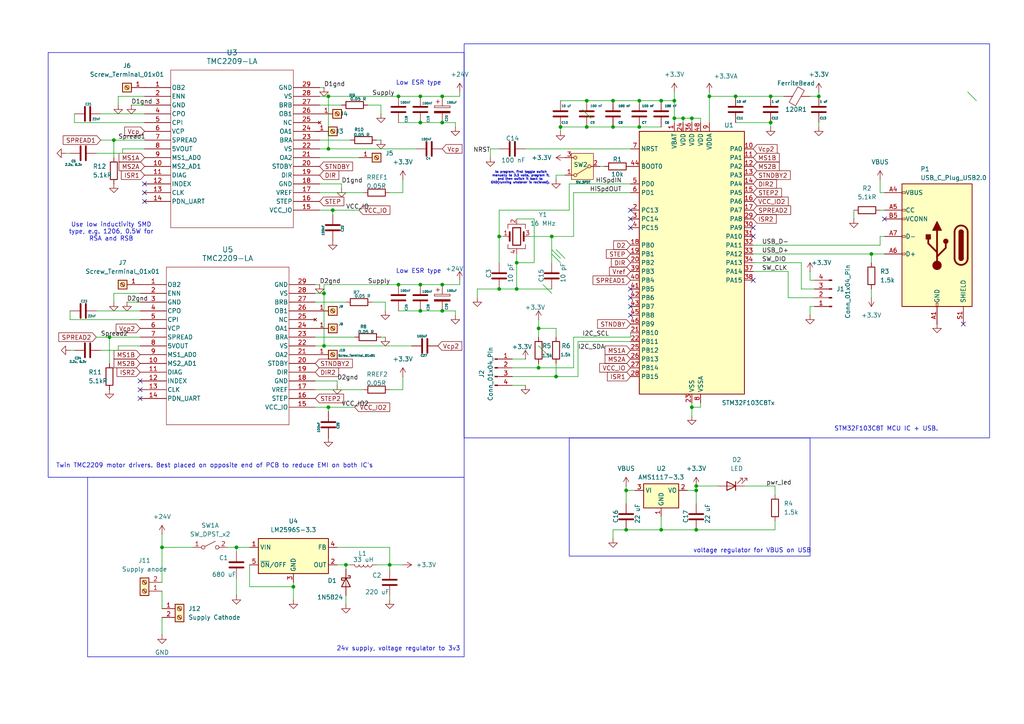
<source format=kicad_sch>
(kicad_sch (version 20231120) (generator "eeschema") (generator_version "8.0")
  (paper "A4")
  (title_block (title "Robotic Arm Main PCB") (date "6/04/2025") (comment 1 "Main PCB with dual TCM2209-LA motor driver, STM32F103c8x MCU, power supply connector, and USB port"))
  (junction (at 100.33 163.83))
  (junction (at 93.98 100.33))
  (junction (at 201.93 142.24))
  (junction (at 200.66 34.29))
  (junction (at 95.25 27.94))
  (junction (at 121.92 82.55))
  (junction (at 198.12 34.29))
  (junction (at 170.18 36.83))
  (junction (at 115.57 27.94))
  (junction (at 161.29 109.22))
  (junction (at 252.73 73.66))
  (junction (at 181.61 153.67))
  (junction (at 121.92 35.56))
  (junction (at 156.21 106.68))
  (junction (at 156.21 95.25))
  (junction (at 170.18 29.21))
  (junction (at 121.92 27.94))
  (junction (at 223.52 27.94))
  (junction (at 95.25 118.11))
  (junction (at 115.57 82.55))
  (junction (at 160.02 68.58))
  (junction (at 205.74 27.94))
  (junction (at 149.86 83.82))
  (junction (at 195.58 29.21))
  (junction (at 31.75 97.79))
  (junction (at 213.36 27.94))
  (junction (at 144.78 68.58))
  (junction (at 46.99 158.75))
  (junction (at 68.58 158.75))
  (junction (at 201.93 153.67))
  (junction (at 177.8 29.21))
  (junction (at 185.42 29.21))
  (junction (at 128.27 82.55))
  (junction (at 113.03 163.83))
  (junction (at 96.52 60.96))
  (junction (at 162.56 36.83))
  (junction (at 128.27 90.17))
  (junction (at 191.77 153.67))
  (junction (at 191.77 29.21))
  (junction (at 93.98 85.09))
  (junction (at 201.93 140.97))
  (junction (at 237.49 27.94))
  (junction (at 195.58 34.29))
  (junction (at 223.52 35.56))
  (junction (at 144.78 83.82))
  (junction (at 95.25 43.18))
  (junction (at 177.8 36.83))
  (junction (at 200.66 118.11))
  (junction (at 185.42 36.83))
  (junction (at 33.02 40.64))
  (junction (at 121.92 90.17))
  (junction (at 85.09 170.18))
  (junction (at 128.27 35.56))
  (junction (at 181.61 142.24))
  (junction (at 128.27 27.94))
  (junction (at 149.86 76.2))
  (no_connect (at 182.88 91.44))
  (no_connect (at 182.88 63.5))
  (no_connect (at 182.88 60.96))
  (no_connect (at 218.44 66.04))
  (no_connect (at 256.54 63.5))
  (no_connect (at 41.91 53.34))
  (no_connect (at 40.64 115.57))
  (no_connect (at 40.64 110.49))
  (no_connect (at 182.88 83.82))
  (no_connect (at 279.4 93.98))
  (no_connect (at 41.91 58.42))
  (no_connect (at 218.44 68.58))
  (no_connect (at 41.91 55.88))
  (no_connect (at 182.88 88.9))
  (no_connect (at 182.88 86.36))
  (no_connect (at 40.64 113.03))
  (no_connect (at 218.44 81.28))
  (no_connect (at 182.88 66.04))
  (bus_entry (at 168.91 31.75) (size 2.54 2.54))
  (bus_entry (at 280.67 26.67) (size 2.54 2.54))
  (bus_entry (at 156.21 100.33) (size 2.54 2.54))
  (bus_entry (at 157.48 82.55) (size 2.54 2.54))
  (bus_entry (at 160.02 73.66) (size 2.54 2.54))
  (bus_entry (at 160.02 72.39) (size 2.54 2.54))
  (bus_entry (at 161.29 72.39) (size 2.54 2.54))
  (wire (pts (xy 113.03 163.83) (xy 113.03 158.75)))
  (wire (pts (xy 144.78 60.96) (xy 144.78 68.58)))
  (wire (pts (xy 181.61 153.67) (xy 191.77 153.67)))
  (wire (pts (xy 154.94 76.2) (xy 149.86 76.2)))
  (wire (pts (xy 27.94 90.17) (xy 40.64 90.17)))
  (wire (pts (xy 223.52 27.94) (xy 227.33 27.94)))
  (wire (pts (xy 201.93 142.24) (xy 201.93 146.05)))
  (wire (pts (xy 156.21 92.71) (xy 156.21 95.25)))
  (wire (pts (xy 91.44 118.11) (xy 95.25 118.11)))
  (wire (pts (xy 93.98 82.55) (xy 115.57 82.55)))
  (wire (pts (xy 27.94 44.45) (xy 35.56 44.45)))
  (wire (pts (xy 166.37 68.58) (xy 160.02 68.58)))
  (wire (pts (xy 29.21 101.6) (xy 34.29 101.6)))
  (wire (pts (xy 236.22 81.28) (xy 234.95 81.28)))
  (wire (pts (xy 35.56 44.45) (xy 35.56 43.18)))
  (wire (pts (xy 166.37 97.79) (xy 182.88 97.79)))
  (wire (pts (xy 116.84 163.83) (xy 113.03 163.83)))
  (wire (pts (xy 255.27 68.58) (xy 256.54 68.58)))
  (wire (pts (xy 116.84 109.22) (xy 116.84 113.03)))
  (wire (pts (xy 92.71 55.88) (xy 105.41 55.88)))
  (wire (pts (xy 20.32 101.6) (xy 21.59 101.6)))
  (wire (pts (xy 99.06 53.34) (xy 99.06 54.61)))
  (wire (pts (xy 128.27 27.94) (xy 133.35 27.94)))
  (wire (pts (xy 200.66 116.84) (xy 200.66 118.11)))
  (wire (pts (xy 113.03 158.75) (xy 97.79 158.75)))
  (wire (pts (xy 177.8 153.67) (xy 181.61 153.67)))
  (wire (pts (xy 128.27 82.55) (xy 133.35 82.55)))
  (wire (pts (xy 34.29 100.33) (xy 40.64 100.33)))
  (wire (pts (xy 113.03 113.03) (xy 116.84 113.03)))
  (wire (pts (xy 182.88 99.06) (xy 167.64 99.06)))
  (wire (pts (xy 68.58 172.72) (xy 68.58 167.64)))
  (wire (pts (xy 156.21 95.25) (xy 156.21 97.79)))
  (wire (pts (xy 200.66 118.11) (xy 203.2 118.11)))
  (wire (pts (xy 218.44 78.74) (xy 228.6 78.74)))
  (wire (pts (xy 199.39 142.24) (xy 201.93 142.24)))
  (wire (pts (xy 161.29 109.22) (xy 148.59 109.22)))
  (wire (pts (xy 46.99 171.45) (xy 46.99 176.53)))
  (wire (pts (xy 133.35 27.94) (xy 133.35 26.67)))
  (wire (pts (xy 121.92 82.55) (xy 128.27 82.55)))
  (wire (pts (xy 167.64 109.22) (xy 161.29 109.22)))
  (wire (pts (xy 19.05 44.45) (xy 20.32 44.45)))
  (wire (pts (xy 107.95 87.63) (xy 111.76 87.63)))
  (wire (pts (xy 91.44 113.03) (xy 105.41 113.03)))
  (wire (pts (xy 101.6 163.83) (xy 100.33 163.83)))
  (wire (pts (xy 40.64 85.09) (xy 33.02 85.09)))
  (wire (pts (xy 152.4 111.76) (xy 148.59 111.76)))
  (wire (pts (xy 34.29 101.6) (xy 34.29 100.33)))
  (wire (pts (xy 92.71 43.18) (xy 95.25 43.18)))
  (wire (pts (xy 191.77 149.86) (xy 191.77 153.67)))
  (wire (pts (xy 200.66 34.29) (xy 203.2 34.29)))
  (wire (pts (xy 20.32 90.17) (xy 20.32 92.71)))
  (wire (pts (xy 205.74 26.67) (xy 205.74 27.94)))
  (wire (pts (xy 201.93 153.67) (xy 224.79 153.67)))
  (wire (pts (xy 93.98 25.4) (xy 92.71 25.4)))
  (wire (pts (xy 160.02 68.58) (xy 153.67 68.58)))
  (wire (pts (xy 223.52 35.56) (xy 223.52 36.83)))
  (wire (pts (xy 116.84 52.07) (xy 116.84 55.88)))
  (wire (pts (xy 113.03 163.83) (xy 109.22 163.83)))
  (wire (pts (xy 161.29 50.8) (xy 161.29 52.07)))
  (wire (pts (xy 198.12 34.29) (xy 200.66 34.29)))
  (wire (pts (xy 160.02 73.66) (xy 160.02 76.2)))
  (wire (pts (xy 33.02 40.64) (xy 41.91 40.64)))
  (wire (pts (xy 33.02 85.09) (xy 33.02 87.63)))
  (wire (pts (xy 162.56 29.21) (xy 170.18 29.21)))
  (wire (pts (xy 198.12 34.29) (xy 198.12 35.56)))
  (wire (pts (xy 148.59 106.68) (xy 156.21 106.68)))
  (wire (pts (xy 163.83 50.8) (xy 161.29 50.8)))
  (wire (pts (xy 133.35 82.55) (xy 133.35 81.28)))
  (wire (pts (xy 149.86 83.82) (xy 144.78 83.82)))
  (wire (pts (xy 93.98 85.09) (xy 93.98 100.33)))
  (wire (pts (xy 68.58 158.75) (xy 72.39 158.75)))
  (wire (pts (xy 38.1 30.48) (xy 41.91 30.48)))
  (wire (pts (xy 201.93 140.97) (xy 201.93 142.24)))
  (wire (pts (xy 115.57 27.94) (xy 121.92 27.94)))
  (wire (pts (xy 165.1 53.34) (xy 165.1 60.96)))
  (wire (pts (xy 109.22 40.64) (xy 110.49 40.64)))
  (wire (pts (xy 228.6 86.36) (xy 236.22 86.36)))
  (wire (pts (xy 113.03 172.72) (xy 113.03 173.99)))
  (wire (pts (xy 106.68 30.48) (xy 110.49 30.48)))
  (wire (pts (xy 110.49 30.48) (xy 110.49 33.02)))
  (wire (pts (xy 27.94 97.79) (xy 31.75 97.79)))
  (wire (pts (xy 92.71 40.64) (xy 101.6 40.64)))
  (wire (pts (xy 200.66 34.29) (xy 200.66 35.56)))
  (wire (pts (xy 224.79 140.97) (xy 224.79 143.51)))
  (wire (pts (xy 92.71 82.55) (xy 91.44 82.55)))
  (wire (pts (xy 161.29 105.41) (xy 161.29 109.22)))
  (wire (pts (xy 149.86 76.2) (xy 149.86 83.82)))
  (wire (pts (xy 232.41 83.82) (xy 236.22 83.82)))
  (wire (pts (xy 92.71 30.48) (xy 99.06 30.48)))
  (wire (pts (xy 144.78 68.58) (xy 144.78 76.2)))
  (wire (pts (xy 181.61 142.24) (xy 184.15 142.24)))
  (wire (pts (xy 252.73 83.82) (xy 252.73 86.36)))
  (wire (pts (xy 234.95 78.74) (xy 234.95 81.28)))
  (wire (pts (xy 173.99 48.26) (xy 175.26 48.26)))
  (wire (pts (xy 46.99 179.07) (xy 46.99 184.15)))
  (wire (pts (xy 167.64 99.06) (xy 167.64 109.22)))
  (wire (pts (xy 115.57 35.56) (xy 121.92 35.56)))
  (wire (pts (xy 185.42 29.21) (xy 191.77 29.21)))
  (wire (pts (xy 115.57 82.55) (xy 121.92 82.55)))
  (wire (pts (xy 185.42 36.83) (xy 191.77 36.83)))
  (wire (pts (xy 36.83 87.63) (xy 40.64 87.63)))
  (wire (pts (xy 121.92 27.94) (xy 128.27 27.94)))
  (wire (pts (xy 234.95 88.9) (xy 234.95 91.44)))
  (wire (pts (xy 111.76 87.63) (xy 111.76 90.17)))
  (wire (pts (xy 191.77 153.67) (xy 201.93 153.67)))
  (wire (pts (xy 93.98 100.33) (xy 119.38 100.33)))
  (wire (pts (xy 237.49 26.67) (xy 237.49 27.94)))
  (wire (pts (xy 96.52 60.96) (xy 104.14 60.96)))
  (wire (pts (xy 166.37 106.68) (xy 166.37 97.79)))
  (wire (pts (xy 92.71 60.96) (xy 96.52 60.96)))
  (wire (pts (xy 181.61 146.05) (xy 181.61 142.24)))
  (wire (pts (xy 132.08 35.56) (xy 132.08 36.83)))
  (wire (pts (xy 85.09 170.18) (xy 85.09 173.99)))
  (wire (pts (xy 154.94 63.5) (xy 154.94 76.2)))
  (wire (pts (xy 85.09 168.91) (xy 85.09 170.18)))
  (wire (pts (xy 96.52 60.96) (xy 96.52 62.23)))
  (wire (pts (xy 195.58 29.21) (xy 195.58 34.29)))
  (wire (pts (xy 162.56 38.1) (xy 162.56 36.83)))
  (wire (pts (xy 93.98 82.55) (xy 93.98 85.09)))
  (wire (pts (xy 20.32 92.71) (xy 40.64 92.71)))
  (wire (pts (xy 177.8 156.21) (xy 177.8 153.67)))
  (wire (pts (xy 149.86 63.5) (xy 154.94 63.5)))
  (wire (pts (xy 46.99 158.75) (xy 46.99 168.91)))
  (wire (pts (xy 33.02 40.64) (xy 33.02 45.72)))
  (wire (pts (xy 165.1 60.96) (xy 144.78 60.96)))
  (wire (pts (xy 72.39 163.83) (xy 72.39 170.18)))
  (wire (pts (xy 201.93 140.97) (xy 208.28 140.97)))
  (wire (pts (xy 100.33 172.72) (xy 100.33 175.26)))
  (wire (pts (xy 46.99 158.75) (xy 55.88 158.75)))
  (wire (pts (xy 182.88 97.79) (xy 182.88 96.52)))
  (wire (pts (xy 144.78 68.58) (xy 146.05 68.58)))
  (wire (pts (xy 203.2 118.11) (xy 203.2 116.84)))
  (wire (pts (xy 165.1 53.34) (xy 182.88 53.34)))
  (wire (pts (xy 128.27 35.56) (xy 132.08 35.56)))
  (wire (pts (xy 218.44 76.2) (xy 232.41 76.2)))
  (wire (pts (xy 232.41 76.2) (xy 232.41 83.82)))
  (wire (pts (xy 161.29 95.25) (xy 161.29 97.79)))
  (wire (pts (xy 170.18 29.21) (xy 177.8 29.21)))
  (wire (pts (xy 237.49 35.56) (xy 237.49 36.83)))
  (wire (pts (xy 121.92 35.56) (xy 128.27 35.56)))
  (wire (pts (xy 29.21 40.64) (xy 33.02 40.64)))
  (wire (pts (xy 156.21 95.25) (xy 161.29 95.25)))
  (wire (pts (xy 29.21 33.02) (xy 41.91 33.02)))
  (wire (pts (xy 252.73 73.66) (xy 252.73 76.2)))
  (wire (pts (xy 166.37 55.88) (xy 166.37 68.58)))
  (wire (pts (xy 35.56 43.18) (xy 41.91 43.18)))
  (wire (pts (xy 152.4 43.18) (xy 182.88 43.18)))
  (wire (pts (xy 213.36 27.94) (xy 223.52 27.94)))
  (wire (pts (xy 97.79 110.49) (xy 97.79 111.76)))
  (wire (pts (xy 252.73 73.66) (xy 256.54 73.66)))
  (wire (pts (xy 177.8 36.83) (xy 185.42 36.83)))
  (wire (pts (xy 95.25 118.11) (xy 95.25 119.38)))
  (wire (pts (xy 91.44 87.63) (xy 100.33 87.63)))
  (wire (pts (xy 195.58 34.29) (xy 198.12 34.29)))
  (wire (pts (xy 236.22 88.9) (xy 234.95 88.9)))
  (wire (pts (xy 21.59 35.56) (xy 41.91 35.56)))
  (wire (pts (xy 224.79 151.13) (xy 224.79 153.67)))
  (wire (pts (xy 100.33 163.83) (xy 100.33 165.1)))
  (wire (pts (xy 166.37 55.88) (xy 182.88 55.88)))
  (wire (pts (xy 100.33 163.83) (xy 97.79 163.83)))
  (wire (pts (xy 138.43 83.82) (xy 138.43 86.36)))
  (wire (pts (xy 255.27 52.07) (xy 255.27 55.88)))
  (wire (pts (xy 160.02 83.82) (xy 149.86 83.82)))
  (wire (pts (xy 200.66 118.11) (xy 200.66 120.65)))
  (wire (pts (xy 156.21 106.68) (xy 166.37 106.68)))
  (wire (pts (xy 66.04 158.75) (xy 68.58 158.75)))
  (wire (pts (xy 160.02 68.58) (xy 160.02 72.39)))
  (wire (pts (xy 31.75 97.79) (xy 40.64 97.79)))
  (wire (pts (xy 72.39 170.18) (xy 85.09 170.18)))
  (wire (pts (xy 203.2 34.29) (xy 203.2 35.56)))
  (wire (pts (xy 247.65 60.96) (xy 247.65 63.5)))
  (wire (pts (xy 92.71 53.34) (xy 99.06 53.34)))
  (wire (pts (xy 110.49 97.79) (xy 111.76 97.79)))
  (wire (pts (xy 142.24 45.72) (xy 142.24 43.18)))
  (wire (pts (xy 91.44 85.09) (xy 93.98 85.09)))
  (wire (pts (xy 41.91 27.94) (xy 34.29 27.94)))
  (wire (pts (xy 205.74 27.94) (xy 205.74 35.56)))
  (wire (pts (xy 149.86 73.66) (xy 149.86 76.2)))
  (wire (pts (xy 144.78 83.82) (xy 138.43 83.82)))
  (wire (pts (xy 142.24 43.18) (xy 144.78 43.18)))
  (wire (pts (xy 68.58 158.75) (xy 68.58 160.02)))
  (wire (pts (xy 181.61 140.97) (xy 181.61 142.24)))
  (wire (pts (xy 234.95 27.94) (xy 237.49 27.94)))
  (wire (pts (xy 91.44 110.49) (xy 97.79 110.49)))
  (wire (pts (xy 213.36 35.56) (xy 223.52 35.56)))
  (wire (pts (xy 91.44 38.1) (xy 92.71 38.1)))
  (wire (pts (xy 95.25 27.94) (xy 95.25 43.18)))
  (wire (pts (xy 160.02 72.39) (xy 160.02 73.66)))
  (wire (pts (xy 34.29 27.94) (xy 34.29 30.48)))
  (wire (pts (xy 255.27 71.12) (xy 255.27 68.58)))
  (wire (pts (xy 31.75 97.79) (xy 31.75 105.41)))
  (wire (pts (xy 162.56 36.83) (xy 170.18 36.83)))
  (wire (pts (xy 91.44 97.79) (xy 102.87 97.79)))
  (wire (pts (xy 218.44 73.66) (xy 252.73 73.66)))
  (wire (pts (xy 255.27 60.96) (xy 256.54 60.96)))
  (wire (pts (xy 92.71 27.94) (xy 95.25 27.94)))
  (wire (pts (xy 156.21 105.41) (xy 156.21 106.68)))
  (wire (pts (xy 21.59 33.02) (xy 21.59 35.56)))
  (wire (pts (xy 95.25 43.18) (xy 120.65 43.18)))
  (wire (pts (xy 215.9 140.97) (xy 224.79 140.97)))
  (wire (pts (xy 152.4 104.14) (xy 148.59 104.14)))
  (wire (pts (xy 195.58 26.67) (xy 195.58 29.21)))
  (wire (pts (xy 255.27 55.88) (xy 256.54 55.88)))
  (wire (pts (xy 218.44 71.12) (xy 255.27 71.12)))
  (wire (pts (xy 115.57 90.17) (xy 121.92 90.17)))
  (wire (pts (xy 95.25 27.94) (xy 115.57 27.94)))
  (wire (pts (xy 170.18 36.83) (xy 177.8 36.83)))
  (wire (pts (xy 113.03 55.88) (xy 116.84 55.88)))
  (wire (pts (xy 177.8 29.21) (xy 185.42 29.21)))
  (wire (pts (xy 191.77 29.21) (xy 195.58 29.21)))
  (wire (pts (xy 128.27 90.17) (xy 132.08 90.17)))
  (wire (pts (xy 228.6 78.74) (xy 228.6 86.36)))
  (wire (pts (xy 121.92 90.17) (xy 128.27 90.17)))
  (wire (pts (xy 46.99 154.94) (xy 46.99 158.75)))
  (wire (pts (xy 132.08 90.17) (xy 132.08 91.44)))
  (wire (pts (xy 92.71 45.72) (xy 104.14 45.72)))
  (wire (pts (xy 195.58 34.29) (xy 195.58 35.56)))
  (wire (pts (xy 113.03 163.83) (xy 113.03 165.1)))
  (wire (pts (xy 91.44 100.33) (xy 93.98 100.33)))
  (wire (pts (xy 95.25 118.11) (xy 102.87 118.11)))
  (wire (pts (xy 213.36 27.94) (xy 205.74 27.94)))
  (rectangle (start 25.4 138.43) (end 134.62 190.5))
  (rectangle (start 165.1 127) (end 234.95 161.29))
  (rectangle (start 134.62 12.7) (end 287.02 127))
  (rectangle (start 13.97 15.24) (end 134.62 138.43))
  (text "Twin TMC2209 motor drivers. Best placed on opposite end of PCB to reduce EMI on both IC's" (at 62.23 135.128 0) (effects (font (size 1.27 1.27))))
  (text "24v supply, voltage regulator to 3v3\n" (at 115.57 188.214 0) (effects (font (size 1.27 1.27))))
  (text "to program, first toggle switch\n manually to 3.3 volts, program it, \nand then switch it back to \nGND(running whatever is recieved). " (at 151.13 51.562 0) (effects (font (size 0.635 0.635))))
  (text "Low ESR type\n" (at 121.412 24.13 0) (effects (font (size 1.27 1.27))))
  (text "STM32F103C8T MCU IC + USB." (at 257.048 124.46 0) (effects (font (size 1.27 1.27))))
  (text "Use low inductivity SMD\ntype, e.g. 1206, 0.5W for\nRSA and RSB" (at 32.258 67.31 0) (effects (font (size 1.27 1.27))))
  (text "Low ESR type\n" (at 121.412 78.74 0) (effects (font (size 1.27 1.27))))
  (text "voltage regulator for VBUS on USB\n" (at 218.186 159.766 0) (effects (font (size 1.27 1.27))))
  (label "SW_CLK" (at 220.98 78.74 0))
  (label "D2gnd" (at 97.79 110.49 0))
  (label "D2gnd" (at 92.71 82.55 0))
  (label "I2C_SDA" (at 167.64 101.6 0))
  (label "HiSpdOUT" (at 180.34 55.88 180))
  (label "D1gnd" (at 38.1 30.48 0))
  (label "D1gnd" (at 99.06 53.34 0))
  (label "Supply" (at 107.95 27.94 0))
  (label "USB_D+" (at 220.98 73.66 0))
  (label "VCC_IO" (at 100.33 60.96 0))
  (label "pwr_led" (at 222.25 140.97 0))
  (label "HiSpdIN" (at 180.34 53.34 180))
  (label "Spread1" (at 34.29 40.64 0))
  (label "USB_D-" (at 220.98 71.12 0))
  (label "D1gnd" (at 93.98 25.4 0))
  (label "VCC_IO2" (at 99.06 118.11 0))
  (label "I2C_SCL" (at 168.91 97.79 0))
  (label "D2gnd" (at 36.83 87.63 0))
  (label "Supply" (at 106.68 82.55 0))
  (label "Spread2" (at 29.21 97.79 0))
  (label "SW_DIO" (at 220.98 76.2 0))
  (label "NRST" (at 142.24 44.45 180))
  (global_label "STEP2" (shape input) (at 218.44 55.88 0) (property "Intersheetrefs" "${INTERSHEET_REFS}" (effects (hide yes))))
  (global_label "STNDBY" (shape input) (at 182.88 93.98 180) (property "Intersheetrefs" "${INTERSHEET_REFS}" (effects (hide yes))))
  (global_label "DIR" (shape input) (at 92.71 50.8 0) (property "Intersheetrefs" "${INTERSHEET_REFS}" (effects (hide yes))))
  (global_label "MS1A" (shape input) (at 182.88 101.6 180) (property "Intersheetrefs" "${INTERSHEET_REFS}" (effects (hide yes))))
  (global_label "ISR2" (shape input) (at 218.44 63.5 0) (property "Intersheetrefs" "${INTERSHEET_REFS}" (effects (hide yes))))
  (global_label "Vcp2" (shape input) (at 40.64 95.25 180) (property "Intersheetrefs" "${INTERSHEET_REFS}" (effects (hide yes))))
  (global_label "DIR2" (shape input) (at 91.44 107.95 0) (property "Intersheetrefs" "${INTERSHEET_REFS}" (effects (hide yes))))
  (global_label "DIR" (shape input) (at 182.88 76.2 180) (property "Intersheetrefs" "${INTERSHEET_REFS}" (effects (hide yes))))
  (global_label "DIR2" (shape input) (at 218.44 53.34 0) (property "Intersheetrefs" "${INTERSHEET_REFS}" (effects (hide yes))))
  (global_label "MS2B" (shape input) (at 218.44 48.26 0) (property "Intersheetrefs" "${INTERSHEET_REFS}" (effects (hide yes))))
  (global_label "VCC_IO" (shape input) (at 104.14 60.96 0) (property "Intersheetrefs" "${INTERSHEET_REFS}" (effects (hide yes))))
  (global_label "Vref" (shape input) (at 182.88 78.74 180) (property "Intersheetrefs" "${INTERSHEET_REFS}" (effects (hide yes))))
  (global_label "SPREAD1" (shape input) (at 29.21 40.64 180) (property "Intersheetrefs" "${INTERSHEET_REFS}" (effects (hide yes))))
  (global_label "MS2A" (shape input) (at 182.88 104.14 180) (property "Intersheetrefs" "${INTERSHEET_REFS}" (effects (hide yes))))
  (global_label "STNDBY" (shape input) (at 92.71 48.26 0) (property "Intersheetrefs" "${INTERSHEET_REFS}" (effects (hide yes))))
  (global_label "D2" (shape input) (at 182.88 71.12 180) (property "Intersheetrefs" "${INTERSHEET_REFS}" (effects (hide yes))))
  (global_label "Vcp" (shape input) (at 41.91 38.1 180) (property "Intersheetrefs" "${INTERSHEET_REFS}" (effects (hide yes))))
  (global_label "VCC_IO2" (shape input) (at 218.44 58.42 0) (property "Intersheetrefs" "${INTERSHEET_REFS}" (effects (hide yes))))
  (global_label "STNDBY2" (shape input) (at 91.44 105.41 0) (property "Intersheetrefs" "${INTERSHEET_REFS}" (effects (hide yes))))
  (global_label "ISR1" (shape input) (at 182.88 109.22 180) (property "Intersheetrefs" "${INTERSHEET_REFS}" (effects (hide yes))))
  (global_label "SPREAD2" (shape input) (at 27.94 97.79 180) (property "Intersheetrefs" "${INTERSHEET_REFS}" (effects (hide yes))))
  (global_label "STEP" (shape input) (at 92.71 58.42 0) (property "Intersheetrefs" "${INTERSHEET_REFS}" (effects (hide yes))))
  (global_label "ISR1" (shape input) (at 41.91 50.8 180) (property "Intersheetrefs" "${INTERSHEET_REFS}" (effects (hide yes))))
  (global_label "Vcp" (shape input) (at 128.27 43.18 0) (property "Intersheetrefs" "${INTERSHEET_REFS}" (effects (hide yes))))
  (global_label "VCC_IO" (shape input) (at 182.88 106.68 180) (property "Intersheetrefs" "${INTERSHEET_REFS}" (effects (hide yes))))
  (global_label "MS1B" (shape input) (at 218.44 45.72 0) (property "Intersheetrefs" "${INTERSHEET_REFS}" (effects (hide yes))))
  (global_label "MS1A" (shape input) (at 41.91 45.72 180) (property "Intersheetrefs" "${INTERSHEET_REFS}" (effects (hide yes))))
  (global_label "Vcp2" (shape input) (at 218.44 43.18 0) (property "Intersheetrefs" "${INTERSHEET_REFS}" (effects (hide yes))))
  (global_label "STEP2" (shape input) (at 91.44 115.57 0) (property "Intersheetrefs" "${INTERSHEET_REFS}" (effects (hide yes))))
  (global_label "ISR2" (shape input) (at 40.64 107.95 180) (property "Intersheetrefs" "${INTERSHEET_REFS}" (effects (hide yes))))
  (global_label "SPREAD1" (shape input) (at 182.88 81.28 180) (property "Intersheetrefs" "${INTERSHEET_REFS}" (effects (hide yes))))
  (global_label "MS1B" (shape input) (at 40.64 102.87 180) (property "Intersheetrefs" "${INTERSHEET_REFS}" (effects (hide yes))))
  (global_label "MS2B" (shape input) (at 40.64 105.41 180) (property "Intersheetrefs" "${INTERSHEET_REFS}" (effects (hide yes))))
  (global_label "STNDBY2" (shape input) (at 218.44 50.8 0) (property "Intersheetrefs" "${INTERSHEET_REFS}" (effects (hide yes))))
  (global_label "VCC_IO2" (shape input) (at 102.87 118.11 0) (property "Intersheetrefs" "${INTERSHEET_REFS}" (effects (hide yes))))
  (global_label "Vcp2" (shape input) (at 127 100.33 0) (property "Intersheetrefs" "${INTERSHEET_REFS}" (effects (hide yes))))
  (global_label "SPREAD2" (shape input) (at 218.44 60.96 0) (property "Intersheetrefs" "${INTERSHEET_REFS}" (effects (hide yes))))
  (global_label "MS2A" (shape input) (at 41.91 48.26 180) (property "Intersheetrefs" "${INTERSHEET_REFS}" (effects (hide yes))))
  (global_label "STEP" (shape input) (at 182.88 73.66 180) (property "Intersheetrefs" "${INTERSHEET_REFS}" (effects (hide yes))))
  (symbol (lib_id "2025-07-03_01-48-50:TMC2209-LA") (at 41.91 25.4 0) (unit 1)
    (property "Reference" "U3" (at 67.31 15.24 0) (effects (font (size 1.524 1.524))))
    (property "Value" "TMC2209-LA" (at 67.31 17.78 0) (effects (font (size 1.524 1.524))))
    (property "Footprint" "footprints:QFN28_5X5_TRI" (effects (hide yes)))
    (property "Datasheet" "TMC2209-LA" (effects (hide yes)))
  )
  (symbol (lib_id "Device:C") (at 144.78 80.01 0) (unit 1)
    (property "Reference" "C3" (at 141.732 77.978 90) (effects (justify right)))
    (property "Value" "10 pF" (at 148.082 76.2 90) (effects (justify right)))
    (property "Footprint" "Capacitor_SMD:C_0402_1005Metric" (effects (hide yes)))
    (property "Description" "Unpolarized capacitor" (effects (hide yes)))
  )
  (symbol (lib_id "power:GND") (at 142.24 45.72 0) (unit 1)
    (property "Reference" "#PWR019" (effects (hide yes)))
    (property "Value" "GND" (effects (hide yes)))
    (property "Description" "Power symbol creates a global label with name \"GND\" , ground" (effects (hide yes)))
  )
  (symbol (lib_id "power:GND") (at 223.52 36.83 0) (unit 1)
    (property "Reference" "#PWR016" (effects (hide yes)))
    (property "Value" "GND" (effects (hide yes)))
    (property "Description" "Power symbol creates a global label with name \"GND\" , ground" (effects (hide yes)))
  )
  (symbol (lib_id "Device:C_Polarized") (at 128.27 86.36 0) (unit 1)
    (property "Reference" "C29" (at 129.54 89.916 90) (effects (font (size 0.635 0.635)) (justify left)))
    (property "Value" "100uF" (at 129.54 84.328 0) (effects (font (size 0.635 0.635)) (justify left)))
    (property "Footprint" "Capacitor_SMD:CP_Elec_5x3.9" (effects (hide yes)))
    (property "Description" "Polarized capacitor" (effects (hide yes)))
  )
  (symbol (lib_id "power:GND") (at 19.05 44.45 270) (unit 1)
    (property "Reference" "#PWR011" (effects (hide yes)))
    (property "Value" "GND" (effects (hide yes)))
    (property "Description" "Power symbol creates a global label with name \"GND\" , ground" (effects (hide yes)))
  )
  (symbol (lib_id "power:+3.3V") (at 252.73 86.36 180) (unit 1)
    (property "Reference" "#PWR023" (effects (hide yes)))
    (property "Value" "+3.3V" (at 252.73 91.44 0))
    (property "Description" "Power symbol creates a global label with name \"+3.3V\"" (effects (hide yes)))
  )
  (symbol (lib_id "Connector:Screw_Terminal_01x02") (at 41.91 171.45 180) (unit 1)
    (property "Reference" "J11" (at 41.91 162.56 0))
    (property "Value" "Supply anode" (at 41.91 165.1 0))
    (property "Footprint" "TerminalBlock_Phoenix:TerminalBlock_Phoenix_MKDS-1,5-2-5.08_1x02_P5.08mm_Horizontal" (effects (hide yes)))
    (property "Description" "Generic screw terminal, single row, 01x02, script generated (kicad-library-utils/schlib/autogen/connector/)" (effects (hide yes)))
  )
  (symbol (lib_id "power:GND") (at 113.03 173.99 0) (unit 1)
    (property "Reference" "#PWR07" (effects (hide yes)))
    (property "Value" "GND" (effects (hide yes)))
    (property "Description" "Power symbol creates a global label with name \"GND\" , ground" (effects (hide yes)))
  )
  (symbol (lib_id "Device:R") (at 161.29 101.6 0) (unit 1)
    (property "Reference" "R6" (at 162.814 100.33 0) (effects (justify left)))
    (property "Value" "1.5k" (at 162.56 102.87 0) (effects (font (size 0.889 0.889)) (justify left)))
    (property "Footprint" "Resistor_SMD:R_0603_1608Metric" (effects (hide yes)))
    (property "Description" "Resistor" (effects (hide yes)))
  )
  (symbol (lib_id "power:+12V") (at 156.21 92.71 0) (unit 1)
    (property "Reference" "#PWR031" (effects (hide yes)))
    (property "Value" "+3.3V" (at 155.194 89.154 0))
    (property "Description" "Power symbol creates a global label with name \"+12V\"" (effects (hide yes)))
  )
  (symbol (lib_id "Device:C") (at 191.77 33.02 180) (unit 1)
    (property "Reference" "C6" (at 192.786 35.56 0) (effects (font (size 0.635 0.635)) (justify right)))
    (property "Value" "100 nF" (at 192.786 30.734 0) (effects (font (size 0.635 0.635)) (justify right)))
    (property "Footprint" "Capacitor_SMD:C_0201_0603Metric" (effects (hide yes)))
    (property "Description" "Unpolarized capacitor" (effects (hide yes)))
  )
  (symbol (lib_id "Connector:Screw_Terminal_01x01") (at 97.79 33.02 0) (unit 1)
    (property "Reference" "J4" (at 98.552 33.02 0) (effects (justify left)))
    (property "Value" "Screw_Terminal_01x01" (effects (hide yes)))
    (property "Footprint" "TerminalBlock_MetzConnect:TerminalBlock_MetzConnect_360271_1x01_Horizontal_ScrewM3.0_Boxed" (effects (hide yes)))
    (property "Description" "Generic screw terminal, single row, 01x01, script generated (kicad-library-utils/schlib/autogen/connector/)" (effects (hide yes)))
  )
  (symbol (lib_id "Device:R") (at 105.41 40.64 90) (unit 1)
    (property "Reference" "R10" (at 104.14 37.592 90) (effects (font (size 0.889 0.889))))
    (property "Value" "0.05 R" (at 104.902 39.116 90) (effects (font (size 0.889 0.889))))
    (property "Footprint" "Resistor_SMD:R_0603_1608Metric" (effects (hide yes)))
    (property "Description" "Resistor" (effects (hide yes)))
  )
  (symbol (lib_id "Device:C") (at 121.92 86.36 180) (unit 1)
    (property "Reference" "C28" (at 124.206 89.154 90) (effects (font (size 0.635 0.635))))
    (property "Value" "100nF" (at 123.952 84.582 0) (effects (font (size 0.635 0.635))))
    (property "Footprint" "Capacitor_SMD:C_0201_0603Metric" (effects (hide yes)))
    (property "Description" "Unpolarized capacitor" (effects (hide yes)))
  )
  (symbol (lib_id "power:GND") (at 33.02 53.34 0) (unit 1)
    (property "Reference" "#PWR050" (effects (hide yes)))
    (property "Value" "GND" (effects (hide yes)))
    (property "Description" "Power symbol creates a global label with name \"GND\" , ground" (effects (hide yes)))
  )
  (symbol (lib_id "power:GND") (at 96.52 69.85 0) (unit 1)
    (property "Reference" "#PWR036" (effects (hide yes)))
    (property "Value" "GND" (effects (hide yes)))
    (property "Description" "Power symbol creates a global label with name \"GND\" , ground" (effects (hide yes)))
  )
  (symbol (lib_id "power:+12V") (at 237.49 26.67 0) (unit 1)
    (property "Reference" "#PWR018" (effects (hide yes)))
    (property "Value" "+3.3V" (at 237.49 21.59 0))
    (property "Description" "Power symbol creates a global label with name \"+12V\"" (effects (hide yes)))
  )
  (symbol (lib_id "Device:C_Polarized") (at 128.27 31.75 0) (unit 1)
    (property "Reference" "C20" (at 129.54 35.306 90) (effects (font (size 0.635 0.635)) (justify left)))
    (property "Value" "100uF" (at 129.54 29.718 0) (effects (font (size 0.635 0.635)) (justify left)))
    (property "Footprint" "Capacitor_SMD:CP_Elec_5x3.9" (effects (hide yes)))
    (property "Description" "Polarized capacitor" (effects (hide yes)))
  )
  (symbol (lib_id "Device:R") (at 156.21 101.6 0) (unit 1)
    (property "Reference" "R5" (at 157.226 100.33 0) (effects (justify left)))
    (property "Value" "1.5k" (at 157.226 103.124 0) (effects (font (size 0.889 0.889)) (justify left)))
    (property "Footprint" "Resistor_SMD:R_0603_1608Metric" (effects (hide yes)))
    (property "Description" "Resistor" (effects (hide yes)))
  )
  (symbol (lib_id "2025-07-03_01-48-50:TMC2209-LA") (at 40.64 82.55 0) (unit 1)
    (property "Reference" "U5" (at 66.04 72.39 0) (effects (font (size 1.524 1.524))))
    (property "Value" "TMC2209-LA" (at 66.04 74.93 0) (effects (font (size 1.524 1.524))))
    (property "Footprint" "footprints:QFN28_5X5_TRI" (effects (hide yes)))
    (property "Datasheet" "TMC2209-LA" (effects (hide yes)))
  )
  (symbol (lib_id "power:GND") (at 271.78 93.98 0) (unit 1)
    (property "Reference" "#PWR020" (effects (hide yes)))
    (property "Value" "GND" (effects (hide yes)))
    (property "Description" "Power symbol creates a global label with name \"GND\" , ground" (effects (hide yes)))
  )
  (symbol (lib_id "power:GND") (at 97.79 111.76 0) (unit 1)
    (property "Reference" "#PWR040" (effects (hide yes)))
    (property "Value" "GND" (effects (hide yes)))
    (property "Description" "Power symbol creates a global label with name \"GND\" , ground" (effects (hide yes)))
  )
  (symbol (lib_id "Device:C") (at 177.8 33.02 180) (unit 1)
    (property "Reference" "C8" (at 179.324 35.56 0) (effects (font (size 0.635 0.635)) (justify right)))
    (property "Value" "100 nF" (at 179.324 30.734 0) (effects (font (size 0.635 0.635)) (justify right)))
    (property "Footprint" "Capacitor_SMD:C_0201_0603Metric" (effects (hide yes)))
    (property "Description" "Unpolarized capacitor" (effects (hide yes)))
  )
  (symbol (lib_id "power:GND") (at 234.95 91.44 0) (unit 1)
    (property "Reference" "#PWR025" (effects (hide yes)))
    (property "Value" "GND" (effects (hide yes)))
    (property "Description" "Power symbol creates a global label with name \"GND\" , ground" (effects (hide yes)))
  )
  (symbol (lib_id "power:GND") (at 237.49 36.83 0) (unit 1)
    (property "Reference" "#PWR017" (effects (hide yes)))
    (property "Value" "GND" (effects (hide yes)))
    (property "Description" "Power symbol creates a global label with name \"GND\" , ground" (effects (hide yes)))
  )
  (symbol (lib_id "Device:FerriteBead") (at 231.14 27.94 90) (unit 1)
    (property "Reference" "120R1" (at 230.886 31.75 90))
    (property "Value" "FerriteBead" (at 230.886 24.13 90))
    (property "Footprint" "Inductor_SMD:L_0402_1005Metric" (effects (hide yes)))
    (property "Description" "Ferrite bead" (effects (hide yes)))
  )
  (symbol (lib_id "power:+24V") (at 133.35 81.28 0) (unit 1)
    (property "Reference" "#PWR042" (effects (hide yes)))
    (property "Value" "+24V" (at 131.826 77.978 0))
    (property "Description" "Power symbol creates a global label with name \"+24V\"" (effects (hide yes)))
  )
  (symbol (lib_id "Device:R") (at 109.22 55.88 90) (unit 1)
    (property "Reference" "RREF1" (at 106.299 51.435 90) (effects (justify right)))
    (property "Value" "0.05R" (at 106.299 53.975 90) (effects (justify right)))
    (property "Footprint" "Resistor_SMD:R_0603_1608Metric" (effects (hide yes)))
    (property "Description" "Resistor" (effects (hide yes)))
  )
  (symbol (lib_id "power:GND") (at 200.66 120.65 0) (mirror y) (unit 1)
    (property "Reference" "#PWR012" (effects (hide yes)))
    (property "Value" "GND" (effects (hide yes)))
    (property "Description" "Power symbol creates a global label with name \"GND\" , ground" (effects (hide yes)))
  )
  (symbol (lib_id "power:GND") (at 177.8 156.21 0) (mirror y) (unit 1)
    (property "Reference" "#PWR026" (effects (hide yes)))
    (property "Value" "GND" (effects (hide yes)))
    (property "Description" "Power symbol creates a global label with name \"GND\" , ground" (effects (hide yes)))
  )
  (symbol (lib_id "Device:C") (at 24.13 90.17 90) (unit 1)
    (property "Reference" "C23" (at 24.384 87.376 90) (effects (font (size 0.635 0.635))))
    (property "Value" "22nF" (at 26.67 91.694 90) (effects (font (size 0.635 0.635))))
    (property "Footprint" "Capacitor_SMD:C_0201_0603Metric" (effects (hide yes)))
    (property "Description" "Unpolarized capacitor" (effects (hide yes)))
  )
  (symbol (lib_id "Device:R") (at 251.46 60.96 90) (unit 1)
    (property "Reference" "R2" (at 251.46 54.61 90))
    (property "Value" "5.1kR" (at 251.46 57.15 90))
    (property "Footprint" "Resistor_SMD:R_0603_1608Metric" (effects (hide yes)))
    (property "Description" "Resistor" (effects (hide yes)))
  )
  (symbol (lib_id "power:GND") (at 36.83 87.63 0) (unit 1)
    (property "Reference" "#PWR038" (effects (hide yes)))
    (property "Value" "GND" (effects (hide yes)))
    (property "Description" "Power symbol creates a global label with name \"GND\" , ground" (effects (hide yes)))
  )
  (symbol (lib_id "Device:C") (at 213.36 31.75 180) (unit 1)
    (property "Reference" "C11" (at 213.614 34.29 0) (effects (font (size 0.635 0.635)) (justify right)))
    (property "Value" "10 nF" (at 213.614 29.464 0) (effects (font (size 0.635 0.635)) (justify right)))
    (property "Footprint" "Capacitor_SMD:C_0201_0603Metric" (effects (hide yes)))
    (property "Description" "Unpolarized capacitor" (effects (hide yes)))
  )
  (symbol (lib_id "power:GND") (at 152.4 111.76 0) (mirror y) (unit 1)
    (property "Reference" "#PWR029" (effects (hide yes)))
    (property "Value" "GND" (effects (hide yes)))
    (property "Description" "Power symbol creates a global label with name \"GND\" , ground" (effects (hide yes)))
  )
  (symbol (lib_id "Device:R") (at 252.73 80.01 0) (unit 1)
    (property "Reference" "R3" (at 255.27 78.7399 0) (effects (justify left)))
    (property "Value" "1.5k" (at 255.27 81.2799 0) (effects (justify left)))
    (property "Footprint" "Resistor_SMD:R_0603_1608Metric" (effects (hide yes)))
    (property "Description" "Resistor" (effects (hide yes)))
  )
  (symbol (lib_id "Connector:Screw_Terminal_01x02") (at 52.07 176.53 0) (unit 1)
    (property "Reference" "J12" (at 54.61 176.5299 0) (effects (justify left)))
    (property "Value" "Supply Cathode" (at 54.61 179.0699 0) (effects (justify left)))
    (property "Footprint" "TerminalBlock_Phoenix:TerminalBlock_Phoenix_MKDS-1,5-2-5.08_1x02_P5.08mm_Horizontal" (effects (hide yes)))
    (property "Description" "Generic screw terminal, single row, 01x02, script generated (kicad-library-utils/schlib/autogen/connector/)" (effects (hide yes)))
  )
  (symbol (lib_id "Device:C") (at 68.58 163.83 180) (unit 1)
    (property "Reference" "C1" (at 63.5 161.798 0) (effects (justify right)))
    (property "Value" "680 uF" (at 61.468 166.624 0) (effects (justify right)))
    (property "Footprint" "Capacitor_SMD:C_1210_3225Metric" (effects (hide yes)))
    (property "Description" "Unpolarized capacitor" (effects (hide yes)))
  )
  (symbol (lib_id "Device:C") (at 148.59 43.18 270) (unit 1)
    (property "Reference" "C14" (at 150.622 40.132 90) (effects (justify right)))
    (property "Value" "100 nF" (at 152.4 46.482 90) (effects (justify right)))
    (property "Footprint" "Capacitor_SMD:C_0201_0603Metric" (effects (hide yes)))
    (property "Description" "Unpolarized capacitor" (effects (hide yes)))
  )
  (symbol (lib_id "Connector:USB_C_Plug_USB2.0") (at 271.78 71.12 0) (mirror y) (unit 1)
    (property "Reference" "P1" (at 266.954 49.022 0) (effects (justify right)))
    (property "Value" "USB_C_Plug_USB2.0" (at 266.954 51.562 0) (effects (justify right)))
    (property "Footprint" "Connector_USB:USB_C_Plug_JAE_DX07P024AJ1" (effects (hide yes)))
    (property "Datasheet" "https://www.usb.org/sites/default/files/documents/usb_type-c.zip" (effects (hide yes)))
    (property "Description" "USB 2.0-only Type-C Plug connector" (effects (hide yes)))
  )
  (symbol (lib_id "Device:R") (at 102.87 30.48 90) (unit 1)
    (property "Reference" "R9" (at 102.108 27.686 90) (effects (font (size 0.889 0.889))))
    (property "Value" "0.05 R" (at 103.886 28.702 90) (effects (font (size 0.889 0.889))))
    (property "Footprint" "Resistor_SMD:R_0603_1608Metric" (effects (hide yes)))
    (property "Description" "Resistor" (effects (hide yes)))
  )
  (symbol (lib_id "power:GND") (at 68.58 172.72 0) (unit 1)
    (property "Reference" "#PWR03" (effects (hide yes)))
    (property "Value" "GND" (effects (hide yes)))
    (property "Description" "Power symbol creates a global label with name \"GND\" , ground" (effects (hide yes)))
  )
  (symbol (lib_id "Device:R") (at 106.68 97.79 90) (unit 1)
    (property "Reference" "R8" (at 105.41 94.742 90) (effects (font (size 0.889 0.889))))
    (property "Value" "0.05 R" (at 106.172 96.266 90) (effects (font (size 0.889 0.889))))
    (property "Footprint" "Resistor_SMD:R_0603_1608Metric" (effects (hide yes)))
    (property "Description" "Resistor" (effects (hide yes)))
  )
  (symbol (lib_id "power:GND") (at 132.08 36.83 0) (unit 1)
    (property "Reference" "#PWR033" (effects (hide yes)))
    (property "Value" "GND" (effects (hide yes)))
    (property "Description" "Power symbol creates a global label with name \"GND\" , ground" (effects (hide yes)))
  )
  (symbol (lib_id "power:GND") (at 100.33 175.26 0) (unit 1)
    (property "Reference" "#PWR05" (effects (hide yes)))
    (property "Value" "GND" (effects (hide yes)))
    (property "Description" "Power symbol creates a global label with name \"GND\" , ground" (effects (hide yes)))
  )
  (symbol (lib_id "power:GND") (at 110.49 40.64 0) (unit 1)
    (property "Reference" "#PWR048" (effects (hide yes)))
    (property "Value" "GND" (effects (hide yes)))
    (property "Description" "Power symbol creates a global label with name \"GND\" , ground" (effects (hide yes)))
  )
  (symbol (lib_id "power:GND") (at 93.98 25.4 0) (unit 1)
    (property "Reference" "#PWR043" (effects (hide yes)))
    (property "Value" "GND" (effects (hide yes)))
    (property "Description" "Power symbol creates a global label with name \"GND\" , ground" (effects (hide yes)))
  )
  (symbol (lib_id "power:GND") (at 132.08 91.44 0) (unit 1)
    (property "Reference" "#PWR041" (effects (hide yes)))
    (property "Value" "GND" (effects (hide yes)))
    (property "Description" "Power symbol creates a global label with name \"GND\" , ground" (effects (hide yes)))
  )
  (symbol (lib_id "power:GND") (at 161.29 52.07 0) (unit 1)
    (property "Reference" "#PWR06" (effects (hide yes)))
    (property "Value" "GND" (effects (hide yes)))
    (property "Description" "Power symbol creates a global label with name \"GND\" , ground" (effects (hide yes)))
  )
  (symbol (lib_id "Device:Crystal_GND24") (at 149.86 68.58 0) (unit 1)
    (property "Reference" "Y1" (at 157.48 62.2614 0))
    (property "Value" "16 MHz" (at 157.48 64.8014 0))
    (property "Footprint" "Crystal:Crystal_SMD_0603-4Pin_6.0x3.5mm" (effects (hide yes)))
    (property "Description" "Four pin crystal, GND on pins 2 and 4" (effects (hide yes)))
  )
  (symbol (lib_id "Device:C") (at 113.03 168.91 180) (unit 1)
    (property "Reference" "C2" (at 107.95 166.878 0) (effects (justify right)))
    (property "Value" "220 uF" (at 105.918 171.704 0) (effects (justify right)))
    (property "Footprint" "Capacitor_SMD:C_0603_1608Metric" (effects (hide yes)))
    (property "Description" "Unpolarized capacitor" (effects (hide yes)))
  )
  (symbol (lib_id "Device:R") (at 224.79 147.32 0) (unit 1)
    (property "Reference" "R4" (at 227.33 146.0499 0) (effects (justify left)))
    (property "Value" "1.5k" (at 227.33 148.5899 0) (effects (justify left)))
    (property "Footprint" "Resistor_SMD:R_0603_1608Metric" (effects (hide yes)))
    (property "Description" "Resistor" (effects (hide yes)))
  )
  (symbol (lib_id "Connector:Screw_Terminal_01x01") (at 96.52 90.17 0) (unit 1)
    (property "Reference" "J9" (at 98.298 88.8999 0) (effects (font (size 0.635 0.635)) (justify left)))
    (property "Value" "Screw_Terminal_01x01" (effects (hide yes)))
    (property "Footprint" "TerminalBlock_MetzConnect:TerminalBlock_MetzConnect_360271_1x01_Horizontal_ScrewM3.0_Boxed" (effects (hide yes)))
    (property "Description" "Generic screw terminal, single row, 01x01, script generated (kicad-library-utils/schlib/autogen/connector/)" (effects (hide yes)))
  )
  (symbol (lib_id "power:GND") (at 33.02 87.63 0) (unit 1)
    (property "Reference" "#PWR053" (effects (hide yes)))
    (property "Value" "GND" (effects (hide yes)))
    (property "Description" "Power symbol creates a global label with name \"GND\" , ground" (effects (hide yes)))
  )
  (symbol (lib_id "power:GND") (at 31.75 113.03 0) (unit 1)
    (property "Reference" "#PWR049" (effects (hide yes)))
    (property "Value" "GND" (effects (hide yes)))
    (property "Description" "Power symbol creates a global label with name \"GND\" , ground" (effects (hide yes)))
  )
  (symbol (lib_id "Device:C") (at 25.4 101.6 90) (unit 1)
    (property "Reference" "C24" (at 22.606 103.886 90) (effects (font (size 0.635 0.635))))
    (property "Value" "2.2u, 6.3v" (at 22.606 104.902 90) (effects (font (size 0.635 0.635))))
    (property "Footprint" "Capacitor_SMD:C_0201_0603Metric" (effects (hide yes)))
    (property "Description" "Unpolarized capacitor" (effects (hide yes)))
  )
  (symbol (lib_id "power:GND") (at 110.49 33.02 0) (unit 1)
    (property "Reference" "#PWR047" (effects (hide yes)))
    (property "Value" "GND" (effects (hide yes)))
    (property "Description" "Power symbol creates a global label with name \"GND\" , ground" (effects (hide yes)))
  )
  (symbol (lib_id "Connector:Screw_Terminal_01x01") (at 109.22 45.72 0) (unit 1)
    (property "Reference" "J5" (at 111.76 44.4499 0) (effects (justify left)))
    (property "Value" "Screw_Terminal_01x01" (effects (hide yes)))
    (property "Footprint" "TerminalBlock_MetzConnect:TerminalBlock_MetzConnect_360271_1x01_Horizontal_ScrewM3.0_Boxed" (effects (hide yes)))
    (property "Description" "Generic screw terminal, single row, 01x01, script generated (kicad-library-utils/schlib/autogen/connector/)" (effects (hide yes)))
  )
  (symbol (lib_id "Connector:Screw_Terminal_01x01") (at 35.56 82.55 180) (unit 1)
    (property "Reference" "J7" (at 35.56 76.2 0))
    (property "Value" "Screw_Terminal_01x01" (at 35.56 78.74 0))
    (property "Footprint" "TerminalBlock_MetzConnect:TerminalBlock_MetzConnect_360271_1x01_Horizontal_ScrewM3.0_Boxed" (effects (hide yes)))
    (property "Description" "Generic screw terminal, single row, 01x01, script generated (kicad-library-utils/schlib/autogen/connector/)" (effects (hide yes)))
  )
  (symbol (lib_id "Device:C") (at 123.19 100.33 270) (unit 1)
    (property "Reference" "C27" (at 122.936 103.124 90) (effects (font (size 0.635 0.635))))
    (property "Value" "100nF" (at 122.428 97.536 90) (effects (font (size 0.635 0.635))))
    (property "Footprint" "Capacitor_SMD:C_0201_0603Metric" (effects (hide yes)))
    (property "Description" "Unpolarized capacitor" (effects (hide yes)))
  )
  (symbol (lib_id "Connector:Screw_Terminal_01x01") (at 96.52 38.1 0) (unit 1)
    (property "Reference" "J3" (at 97.282 38.1 0) (effects (justify left)))
    (property "Value" "Screw_Terminal_01x01" (effects (hide yes)))
    (property "Footprint" "TerminalBlock_MetzConnect:TerminalBlock_MetzConnect_360271_1x01_Horizontal_ScrewM3.0_Boxed" (effects (hide yes)))
    (property "Description" "Generic screw terminal, single row, 01x01, script generated (kicad-library-utils/schlib/autogen/connector/)" (effects (hide yes)))
  )
  (symbol (lib_id "Device:C") (at 96.52 66.04 0) (unit 1)
    (property "Reference" "C22" (at 99.314 66.294 90) (effects (font (size 0.635 0.635))))
    (property "Value" "100nF" (at 93.726 66.802 90) (effects (font (size 0.635 0.635))))
    (property "Footprint" "Capacitor_SMD:C_0201_0603Metric" (effects (hide yes)))
    (property "Description" "Unpolarized capacitor" (effects (hide yes)))
  )
  (symbol (lib_id "power:+12V") (at 205.74 26.67 0) (unit 1)
    (property "Reference" "#PWR015" (effects (hide yes)))
    (property "Value" "+3.3VA" (at 207.01 22.098 0) (effects (justify left)))
    (property "Description" "Power symbol creates a global label with name \"+12V\"" (effects (hide yes)))
  )
  (symbol (lib_id "Device:C") (at 124.46 43.18 270) (unit 1)
    (property "Reference" "C4" (at 124.206 45.974 90) (effects (font (size 0.635 0.635))))
    (property "Value" "100nF" (at 123.698 40.386 90) (effects (font (size 0.635 0.635))))
    (property "Footprint" "Capacitor_SMD:C_0402_1005Metric" (effects (hide yes)))
    (property "Description" "Unpolarized capacitor" (effects (hide yes)))
  )
  (symbol (lib_id "Connector:Screw_Terminal_01x01") (at 36.83 25.4 180) (unit 1)
    (property "Reference" "J6" (at 36.83 19.05 0))
    (property "Value" "Screw_Terminal_01x01" (at 36.83 21.59 0))
    (property "Footprint" "TerminalBlock_MetzConnect:TerminalBlock_MetzConnect_360271_1x01_Horizontal_ScrewM3.0_Boxed" (effects (hide yes)))
    (property "Description" "Generic screw terminal, single row, 01x01, script generated (kicad-library-utils/schlib/autogen/connector/)" (effects (hide yes)))
  )
  (symbol (lib_id "power:+12V") (at 234.95 78.74 0) (unit 1)
    (property "Reference" "#PWR024" (effects (hide yes)))
    (property "Value" "+3.3V" (at 238.252 76.2 0))
    (property "Description" "Power symbol creates a global label with name \"+12V\"" (effects (hide yes)))
  )
  (symbol (lib_id "MCU_ST_STM32F1:STM32F103C8Tx") (at 200.66 76.2 0) (unit 1)
    (property "Reference" "U1" (at 210.058 36.322 0) (effects (justify left)))
    (property "Value" "STM32F103C8Tx" (at 209.296 116.84 0) (effects (justify left)))
    (property "Footprint" "Package_QFP:LQFP-48_7x7mm_P0.5mm" (effects (hide yes)))
    (property "Datasheet" "https://www.st.com/resource/en/datasheet/stm32f103c8.pdf" (effects (hide yes)))
    (property "Description" "STMicroelectronics Arm Cortex-M3 MCU, 64KB flash, 20KB RAM, 72 MHz, 2.0-3.6V, 37 GPIO, LQFP48" (effects (hide yes)))
  )
  (symbol (lib_id "power:GND") (at 111.76 90.17 0) (unit 1)
    (property "Reference" "#PWR045" (effects (hide yes)))
    (property "Value" "GND" (effects (hide yes)))
    (property "Description" "Power symbol creates a global label with name \"GND\" , ground" (effects (hide yes)))
  )
  (symbol (lib_id "Switch:SW_DPST_x2") (at 60.96 158.75 0) (unit 1)
    (property "Reference" "SW1" (at 60.96 152.4 0))
    (property "Value" "SW_DPST_x2" (at 60.96 154.94 0))
    (property "Footprint" "Button_Switch_SMD:SW_SPST_REED_CT05-XXXX-J1" (effects (hide yes)))
    (property "Description" "Single Pole Single Throw (SPST) switch, separate symbol" (effects (hide yes)))
  )
  (symbol (lib_id "Device:C") (at 115.57 86.36 180) (unit 1)
    (property "Reference" "C26" (at 117.856 89.154 90) (effects (font (size 0.635 0.635))))
    (property "Value" "100nF" (at 117.602 84.328 0) (effects (font (size 0.635 0.635))))
    (property "Footprint" "Capacitor_SMD:C_0201_0603Metric" (effects (hide yes)))
    (property "Description" "Unpolarized capacitor" (effects (hide yes)))
  )
  (symbol (lib_id "power:VBUS") (at 255.27 52.07 0) (unit 1)
    (property "Reference" "#PWR022" (effects (hide yes)))
    (property "Value" "VBUS" (at 255.27 46.99 0))
    (property "Description" "Power symbol creates a global label with name \"VBUS\"" (effects (hide yes)))
  )
  (symbol (lib_id "Device:C") (at 121.92 31.75 180) (unit 1)
    (property "Reference" "C19" (at 124.206 34.544 90) (effects (font (size 0.635 0.635))))
    (property "Value" "100nF" (at 123.952 29.972 0) (effects (font (size 0.635 0.635))))
    (property "Footprint" "Capacitor_SMD:C_0201_0603Metric" (effects (hide yes)))
    (property "Description" "Unpolarized capacitor" (effects (hide yes)))
  )
  (symbol (lib_id "power:+12V") (at 152.4 104.14 0) (unit 1)
    (property "Reference" "#PWR030" (effects (hide yes)))
    (property "Value" "+3.3V" (at 151.384 100.584 0))
    (property "Description" "Power symbol creates a global label with name \"+12V\"" (effects (hide yes)))
  )
  (symbol (lib_id "power:GND") (at 34.29 30.48 0) (unit 1)
    (property "Reference" "#PWR054" (effects (hide yes)))
    (property "Value" "GND" (effects (hide yes)))
    (property "Description" "Power symbol creates a global label with name \"GND\" , ground" (effects (hide yes)))
  )
  (symbol (lib_id "power:+24V") (at 46.99 154.94 0) (unit 1)
    (property "Reference" "#PWR01" (effects (hide yes)))
    (property "Value" "+24V" (at 46.99 149.86 0))
    (property "Description" "Power symbol creates a global label with name \"+24V\"" (effects (hide yes)))
  )
  (symbol (lib_id "Connector:Screw_Terminal_01x01") (at 96.52 95.25 0) (unit 1)
    (property "Reference" "J8" (at 98.298 93.9799 0) (effects (font (size 0.635 0.635)) (justify left)))
    (property "Value" "Screw_Terminal_01x01" (effects (hide yes)))
    (property "Footprint" "TerminalBlock_MetzConnect:TerminalBlock_MetzConnect_360271_1x01_Horizontal_ScrewM3.0_Boxed" (effects (hide yes)))
    (property "Description" "Generic screw terminal, single row, 01x01, script generated (kicad-library-utils/schlib/autogen/connector/)" (effects (hide yes)))
  )
  (symbol (lib_id "Device:C") (at 95.25 123.19 0) (unit 1)
    (property "Reference" "C25" (at 98.044 123.444 90) (effects (font (size 0.635 0.635))))
    (property "Value" "100nF" (at 92.456 123.952 90) (effects (font (size 0.635 0.635))))
    (property "Footprint" "Capacitor_SMD:C_0201_0603Metric" (effects (hide yes)))
    (property "Description" "Unpolarized capacitor" (effects (hide yes)))
  )
  (symbol (lib_id "Device:R") (at 33.02 49.53 180) (unit 1)
    (property "Reference" "R12" (at 26.924 48.26 0) (effects (justify right)))
    (property "Value" "5.1kR" (at 26.924 50.8 0) (effects (justify right)))
    (property "Footprint" "Resistor_SMD:R_0603_1608Metric" (effects (hide yes)))
    (property "Description" "Resistor" (effects (hide yes)))
  )
  (symbol (lib_id "power:GND") (at 95.25 127 0) (unit 1)
    (property "Reference" "#PWR039" (effects (hide yes)))
    (property "Value" "GND" (effects (hide yes)))
    (property "Description" "Power symbol creates a global label with name \"GND\" , ground" (effects (hide yes)))
  )
  (symbol (lib_id "power:GND") (at 38.1 30.48 0) (unit 1)
    (property "Reference" "#PWR035" (effects (hide yes)))
    (property "Value" "GND" (effects (hide yes)))
    (property "Description" "Power symbol creates a global label with name \"GND\" , ground" (effects (hide yes)))
  )
  (symbol (lib_id "Device:LED") (at 212.09 140.97 180) (unit 1)
    (property "Reference" "D2" (at 213.6775 133.35 0))
    (property "Value" "LED" (at 213.6775 135.89 0))
    (property "Footprint" "LED_THT:LED_D2.0mm_W4.0mm_H2.8mm_FlatTop" (effects (hide yes)))
    (property "Description" "Light emitting diode" (effects (hide yes)))
  )
  (symbol (lib_id "Device:L") (at 105.41 163.83 270) (unit 1)
    (property "Reference" "L1" (at 105.156 160.528 90))
    (property "Value" "33 uH" (at 105.41 162.306 90))
    (property "Footprint" "Inductor_SMD:L_0603_1608Metric" (effects (hide yes)))
    (property "Description" "Inductor" (effects (hide yes)))
  )
  (symbol (lib_id "power:GND") (at 111.76 97.79 0) (unit 1)
    (property "Reference" "#PWR046" (effects (hide yes)))
    (property "Value" "GND" (effects (hide yes)))
    (property "Description" "Power symbol creates a global label with name \"GND\" , ground" (effects (hide yes)))
  )
  (symbol (lib_id "power:+12V") (at 195.58 26.67 0) (unit 1)
    (property "Reference" "#PWR013" (effects (hide yes)))
    (property "Value" "+3.3V" (at 195.58 21.59 0))
    (property "Description" "Power symbol creates a global label with name \"+12V\"" (effects (hide yes)))
  )
  (symbol (lib_id "power:GND") (at 46.99 184.15 0) (unit 1)
    (property "Reference" "#PWR02" (effects (hide yes)))
    (property "Value" "GND" (at 46.99 189.23 0))
    (property "Description" "Power symbol creates a global label with name \"GND\" , ground" (effects (hide yes)))
  )
  (symbol (lib_id "Connector:Conn_01x04_Pin") (at 143.51 106.68 0) (unit 1)
    (property "Reference" "J2" (at 139.7 108.458 90))
    (property "Value" "Conn_01x04_Pin" (at 142.24 108.458 90))
    (property "Footprint" "Connector:FanPinHeader_1x04_P2.54mm_Vertical" (effects (hide yes)))
    (property "Description" "Generic connector, single row, 01x04, script generated" (effects (hide yes)))
  )
  (symbol (lib_id "Device:C") (at 201.93 149.86 0) (unit 1)
    (property "Reference" "C17" (at 198.882 147.828 90) (effects (justify right)))
    (property "Value" "22 uF" (at 205.232 146.05 90) (effects (justify right)))
    (property "Footprint" "Capacitor_SMD:C_0201_0603Metric" (effects (hide yes)))
    (property "Description" "Unpolarized capacitor" (effects (hide yes)))
  )
  (symbol (lib_id "power:GND") (at 20.32 101.6 270) (unit 1)
    (property "Reference" "#PWR037" (effects (hide yes)))
    (property "Value" "GND" (effects (hide yes)))
    (property "Description" "Power symbol creates a global label with name \"GND\" , ground" (effects (hide yes)))
  )
  (symbol (lib_id "Device:R") (at 31.75 109.22 180) (unit 1)
    (property "Reference" "R11" (at 25.654 107.95 0) (effects (justify right)))
    (property "Value" "5.1kR" (at 25.654 110.49 0) (effects (justify right)))
    (property "Footprint" "Resistor_SMD:R_0603_1608Metric" (effects (hide yes)))
    (property "Description" "Resistor" (effects (hide yes)))
  )
  (symbol (lib_id "Device:C") (at 237.49 31.75 180) (unit 1)
    (property "Reference" "C13" (at 237.744 34.29 0) (effects (font (size 0.635 0.635)) (justify right)))
    (property "Value" "1 uF" (at 237.744 29.464 0) (effects (font (size 0.635 0.635)) (justify right)))
    (property "Footprint" "Capacitor_SMD:C_0201_0603Metric" (effects (hide yes)))
    (property "Description" "Unpolarized capacitor" (effects (hide yes)))
  )
  (symbol (lib_id "power:VBUS") (at 181.61 140.97 0) (unit 1)
    (property "Reference" "#PWR028" (effects (hide yes)))
    (property "Value" "VBUS" (at 181.61 135.89 0))
    (property "Description" "Power symbol creates a global label with name \"VBUS\"" (effects (hide yes)))
  )
  (symbol (lib_id "Device:R") (at 104.14 87.63 90) (unit 1)
    (property "Reference" "R7" (at 103.378 84.836 90) (effects (font (size 0.889 0.889))))
    (property "Value" "0.05 R" (at 105.156 85.852 90) (effects (font (size 0.889 0.889))))
    (property "Footprint" "Resistor_SMD:R_0603_1608Metric" (effects (hide yes)))
    (property "Description" "Resistor" (effects (hide yes)))
  )
  (symbol (lib_id "Device:C") (at 24.13 44.45 90) (unit 1)
    (property "Reference" "C5" (at 21.336 46.736 90) (effects (font (size 0.635 0.635))))
    (property "Value" "2.2u, 6.3v" (at 21.336 47.752 90) (effects (font (size 0.635 0.635))))
    (property "Footprint" "Capacitor_SMD:C_0402_1005Metric" (effects (hide yes)))
    (property "Description" "Unpolarized capacitor" (effects (hide yes)))
  )
  (symbol (lib_id "Connector:Conn_01x04_Pin") (at 241.3 86.36 180) (unit 1)
    (property "Reference" "J1" (at 242.57 83.8199 0) (effects (justify right)))
    (property "Value" "Conn_01x04_Pin" (at 245.872 92.456 90) (effects (justify right)))
    (property "Footprint" "Connector:FanPinHeader_1x04_P2.54mm_Vertical" (effects (hide yes)))
    (property "Description" "Generic connector, single row, 01x04, script generated" (effects (hide yes)))
  )
  (symbol (lib_id "Diode:1N5822") (at 100.33 168.91 270) (unit 1)
    (property "Reference" "D1" (at 94.996 168.402 90) (effects (justify left)))
    (property "Value" "1N5824" (at 91.948 173.228 90) (effects (justify left)))
    (property "Footprint" "Diode_THT:D_DO-201AD_P3.81mm_Vertical_AnodeUp" (effects (hide yes)))
    (property "Datasheet" "http://www.vishay.com/docs/88526/1n5820.pdf" (effects (hide yes)))
    (property "Description" "40V 3A Schottky Barrier Rectifier Diode, DO-201AD" (effects (hide yes)))
  )
  (symbol (lib_id "Device:C") (at 160.02 80.01 0) (unit 1)
    (property "Reference" "C15" (at 156.972 77.978 90) (effects (justify right)))
    (property "Value" "10 pF" (at 163.322 76.2 90) (effects (justify right)))
    (property "Footprint" "Capacitor_SMD:C_0201_0603Metric" (effects (hide yes)))
    (property "Description" "Unpolarized capacitor" (effects (hide yes)))
  )
  (symbol (lib_id "Device:R") (at 109.22 113.03 90) (unit 1)
    (property "Reference" "RREF2" (at 106.299 108.585 90) (effects (justify right)))
    (property "Value" "0.05R" (at 106.299 111.125 90) (effects (justify right)))
    (property "Footprint" "Resistor_SMD:R_0603_1608Metric" (effects (hide yes)))
    (property "Description" "Resistor" (effects (hide yes)))
  )
  (symbol (lib_id "Device:C") (at 185.42 33.02 180) (unit 1)
    (property "Reference" "C7" (at 186.182 35.56 0) (effects (font (size 0.635 0.635)) (justify right)))
    (property "Value" "100 nF" (at 186.182 30.734 0) (effects (font (size 0.635 0.635)) (justify right)))
    (property "Footprint" "Capacitor_SMD:C_0201_0603Metric" (effects (hide yes)))
    (property "Description" "Unpolarized capacitor" (effects (hide yes)))
  )
  (symbol (lib_id "Device:C") (at 25.4 33.02 90) (unit 1)
    (property "Reference" "C21" (at 25.654 30.226 90) (effects (font (size 0.635 0.635))))
    (property "Value" "22nF" (at 27.94 34.544 90) (effects (font (size 0.635 0.635))))
    (property "Footprint" "Capacitor_SMD:C_0201_0603Metric" (effects (hide yes)))
    (property "Description" "Unpolarized capacitor" (effects (hide yes)))
  )
  (symbol (lib_id "Regulator_Switching:LM2596S-3.3") (at 85.09 161.29 0) (unit 1)
    (property "Reference" "U4" (at 85.09 151.13 0))
    (property "Value" "LM2596S-3.3" (at 85.09 153.67 0))
    (property "Footprint" "Package_TO_SOT_SMD:TO-263-5_TabPin3" (effects (hide yes)))
    (property "Datasheet" "http://www.ti.com/lit/ds/symlink/lm2596.pdf" (effects (hide yes)))
    (property "Description" "3.3V 3A Step-Down Voltage Regulator, TO-263" (effects (hide yes)))
  )
  (symbol (lib_id "power:+12V") (at 116.84 52.07 0) (unit 1)
    (property "Reference" "#PWR052" (effects (hide yes)))
    (property "Value" "+3.3V" (at 116.84 46.99 0))
    (property "Description" "Power symbol creates a global label with name \"+12V\"" (effects (hide yes)))
  )
  (symbol (lib_id "Connector:Screw_Terminal_01x01") (at 96.52 102.87 0) (unit 1)
    (property "Reference" "J10" (at 98.298 101.5999 0) (effects (font (size 0.635 0.635)) (justify left)))
    (property "Value" "Screw_Terminal_01x01" (at 98.044 103.124 0) (effects (font (size 0.635 0.635)) (justify left)))
    (property "Footprint" "TerminalBlock_MetzConnect:TerminalBlock_MetzConnect_360271_1x01_Horizontal_ScrewM3.0_Boxed" (effects (hide yes)))
    (property "Description" "Generic screw terminal, single row, 01x01, script generated (kicad-library-utils/schlib/autogen/connector/)" (effects (hide yes)))
  )
  (symbol (lib_id "power:GND") (at 138.43 86.36 0) (unit 1)
    (property "Reference" "#PWR010" (effects (hide yes)))
    (property "Value" "GND" (effects (hide yes)))
    (property "Description" "Power symbol creates a global label with name \"GND\" , ground" (effects (hide yes)))
  )
  (symbol (lib_id "power:+12V") (at 163.83 45.72 90) (unit 1)
    (property "Reference" "#PWR09" (effects (hide yes)))
    (property "Value" "+3.3V" (at 160.02 45.7199 90) (effects (justify left)))
    (property "Description" "Power symbol creates a global label with name \"+12V\"" (effects (hide yes)))
  )
  (symbol (lib_id "Device:R") (at 179.07 48.26 90) (unit 1)
    (property "Reference" "R1" (at 179.07 46.228 90))
    (property "Value" "10k" (at 179.07 50.546 90))
    (property "Footprint" "Resistor_SMD:R_0603_1608Metric" (effects (hide yes)))
    (property "Description" "Resistor" (effects (hide yes)))
  )
  (symbol (lib_id "Device:C") (at 115.57 31.75 180) (unit 1)
    (property "Reference" "C18" (at 117.856 34.544 90) (effects (font (size 0.635 0.635))))
    (property "Value" "100nF" (at 117.602 29.718 0) (effects (font (size 0.635 0.635))))
    (property "Footprint" "Capacitor_SMD:C_0201_0603Metric" (effects (hide yes)))
    (property "Description" "Unpolarized capacitor" (effects (hide yes)))
  )
  (symbol (lib_id "power:GND") (at 247.65 63.5 0) (unit 1)
    (property "Reference" "#PWR021" (effects (hide yes)))
    (property "Value" "GND" (effects (hide yes)))
    (property "Description" "Power symbol creates a global label with name \"GND\" , ground" (effects (hide yes)))
  )
  (symbol (lib_id "power:+12V") (at 116.84 109.22 0) (unit 1)
    (property "Reference" "#PWR051" (effects (hide yes)))
    (property "Value" "+3.3V" (at 116.84 104.14 0))
    (property "Description" "Power symbol creates a global label with name \"+12V\"" (effects (hide yes)))
  )
  (symbol (lib_id "power:GND") (at 162.56 38.1 0) (unit 1)
    (property "Reference" "#PWR014" (effects (hide yes)))
    (property "Value" "GND" (effects (hide yes)))
    (property "Description" "Power symbol creates a global label with name \"GND\" , ground" (effects (hide yes)))
  )
  (symbol (lib_id "power:GND") (at 85.09 173.99 0) (unit 1)
    (property "Reference" "#PWR04" (effects (hide yes)))
    (property "Value" "GND" (effects (hide yes)))
    (property "Description" "Power symbol creates a global label with name \"GND\" , ground" (effects (hide yes)))
  )
  (symbol (lib_id "Device:C") (at 223.52 31.75 180) (unit 1)
    (property "Reference" "C12" (at 223.774 34.29 0) (effects (font (size 0.635 0.635)) (justify right)))
    (property "Value" "1 uF" (at 223.774 29.464 0) (effects (font (size 0.635 0.635)) (justify right)))
    (property "Footprint" "Capacitor_SMD:C_0201_0603Metric" (effects (hide yes)))
    (property "Description" "Unpolarized capacitor" (effects (hide yes)))
  )
  (symbol (lib_id "Device:C") (at 170.18 33.02 180) (unit 1)
    (property "Reference" "C9" (at 171.196 35.56 0) (effects (font (size 0.635 0.635)) (justify right)))
    (property "Value" "100 nF" (at 171.196 30.734 0) (effects (font (size 0.635 0.635)) (justify right)))
    (property "Footprint" "Capacitor_SMD:C_0201_0603Metric" (effects (hide yes)))
    (property "Description" "Unpolarized capacitor" (effects (hide yes)))
  )
  (symbol (lib_id "power:+24V") (at 133.35 26.67 0) (unit 1)
    (property "Reference" "#PWR032" (effects (hide yes)))
    (property "Value" "+24V" (at 133.35 21.59 0))
    (property "Description" "Power symbol creates a global label with name \"+24V\"" (effects (hide yes)))
  )
  (symbol (lib_id "Device:C") (at 162.56 33.02 180) (unit 1)
    (property "Reference" "C10" (at 162.814 35.56 0) (effects (font (size 0.635 0.635)) (justify right)))
    (property "Value" "10 uF" (at 162.814 30.734 0) (effects (font (size 0.635 0.635)) (justify right)))
    (property "Footprint" "Capacitor_SMD:C_0201_0603Metric" (effects (hide yes)))
    (property "Description" "Unpolarized capacitor" (effects (hide yes)))
  )
  (symbol (lib_id "power:+12V") (at 116.84 163.83 270) (unit 1)
    (property "Reference" "#PWR08" (effects (hide yes)))
    (property "Value" "+3.3V" (at 120.65 163.8299 90) (effects (justify left)))
    (property "Description" "Power symbol creates a global label with name \"+12V\"" (effects (hide yes)))
  )
  (symbol (lib_id "power:GND") (at 99.06 54.61 0) (unit 1)
    (property "Reference" "#PWR034" (effects (hide yes)))
    (property "Value" "GND" (effects (hide yes)))
    (property "Description" "Power symbol creates a global label with name \"GND\" , ground" (effects (hide yes)))
  )
  (symbol (lib_id "Switch:SW_SPDT") (at 168.91 48.26 180) (unit 1)
    (property "Reference" "SW2" (at 168.402 47.752 0))
    (property "Value" "SW_SPDT" (at 169.164 52.832 0) (effects (font (size 0.635 0.635))))
    (property "Footprint" "Button_Switch_THT:SW_Slide_SPDT_Straight_CK_OS102011MS2Q" (effects (hide yes)))
    (property "Description" "Switch, single pole double throw" (effects (hide yes)))
  )
  (symbol (lib_id "power:GND") (at 92.71 82.55 0) (unit 1)
    (property "Reference" "#PWR044" (effects (hide yes)))
    (property "Value" "GND" (effects (hide yes)))
    (property "Description" "Power symbol creates a global label with name \"GND\" , ground" (effects (hide yes)))
  )
  (symbol (lib_id "power:+12V") (at 201.93 140.97 0) (unit 1)
    (property "Reference" "#PWR027" (effects (hide yes)))
    (property "Value" "+3.3V" (at 201.93 135.89 0))
    (property "Description" "Power symbol creates a global label with name \"+12V\"" (effects (hide yes)))
  )
  (symbol (lib_id "Regulator_Linear:AMS1117-3.3") (at 191.77 142.24 0) (unit 1)
    (property "Reference" "U2" (at 191.77 135.89 0))
    (property "Value" "AMS1117-3.3" (at 191.77 138.43 0))
    (property "Footprint" "Package_TO_SOT_SMD:SOT-223-3_TabPin2" (effects (hide yes)))
    (property "Datasheet" "http://www.advanced-monolithic.com/pdf/ds1117.pdf" (effects (hide yes)))
    (property "Description" "1A Low Dropout regulator, positive, 3.3V fixed output, SOT-223" (effects (hide yes)))
  )
  (symbol (lib_id "Device:C") (at 181.61 149.86 0) (unit 1)
    (property "Reference" "C16" (at 178.562 147.828 90) (effects (justify right)))
    (property "Value" "22 uF" (at 184.912 146.05 90) (effects (justify right)))
    (property "Footprint" "Capacitor_SMD:C_0201_0603Metric" (effects (hide yes)))
    (property "Description" "Unpolarized capacitor" (effects (hide yes)))
  )
)
</source>
